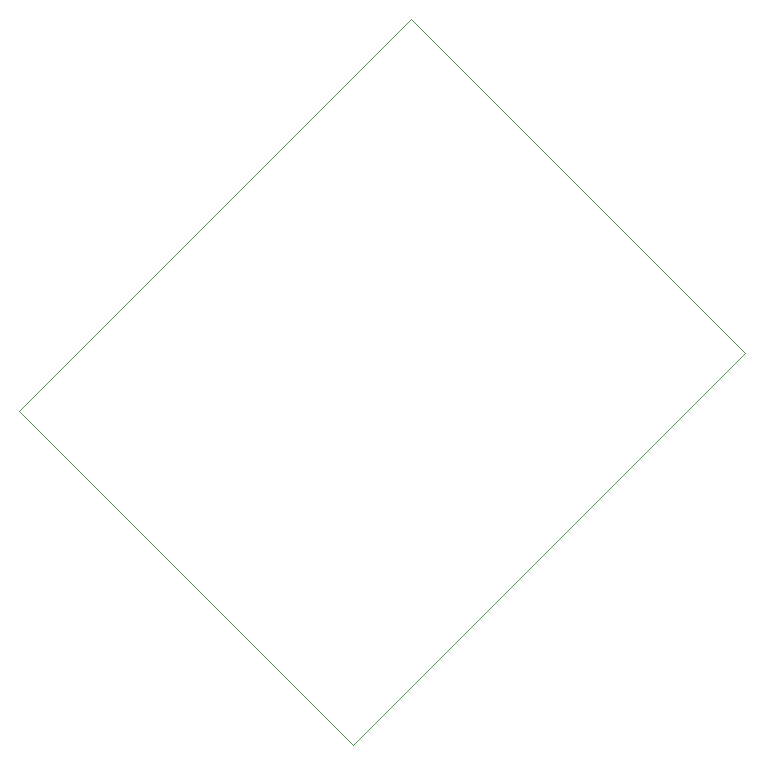
<source format=gbr>
%TF.GenerationSoftware,KiCad,Pcbnew,8.0.0-rc1*%
%TF.CreationDate,2025-03-14T10:19:50+03:00*%
%TF.ProjectId,SMX66_V1.0,534d5836-365f-4563-912e-302e6b696361,rev?*%
%TF.SameCoordinates,Original*%
%TF.FileFunction,Profile,NP*%
%FSLAX46Y46*%
G04 Gerber Fmt 4.6, Leading zero omitted, Abs format (unit mm)*
G04 Created by KiCad (PCBNEW 8.0.0-rc1) date 2025-03-14 10:19:50*
%MOMM*%
%LPD*%
G01*
G04 APERTURE LIST*
%TA.AperFunction,Profile*%
%ADD10C,0.100000*%
%TD*%
G04 APERTURE END LIST*
D10*
%TO.C,U1*%
X175367816Y-91602743D02*
X142133798Y-124836762D01*
X113849526Y-96552491D01*
X147083545Y-63318472D01*
X175367816Y-91602743D01*
%TD*%
M02*

</source>
